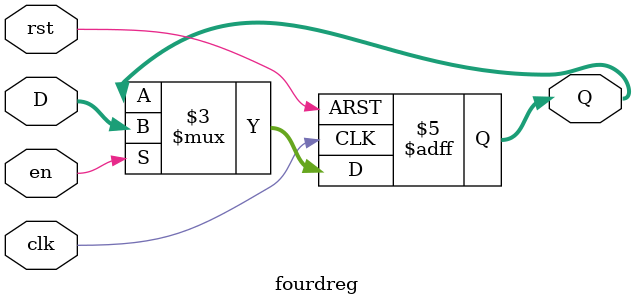
<source format=v>
`timescale 1ns / 1ps


module fourdreg(input [3:0] D,
	input clk, en, rst,
	output reg [3:0] Q
    );

always@(posedge clk, posedge rst) begin
	if(rst) Q<=4'b0000;
	else if (en) Q<=D;
	else Q<=Q;
end
endmodule

</source>
